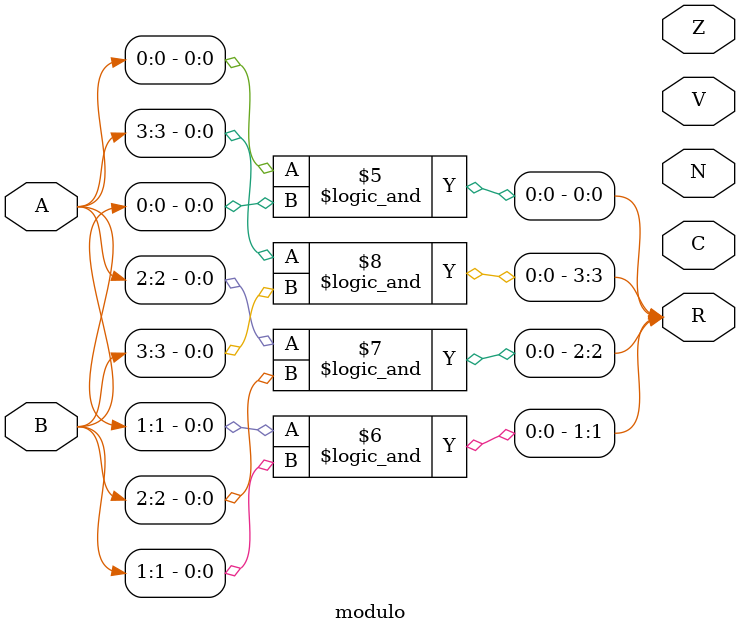
<source format=sv>
module modulo
	# (parameter M = 4)
	  (A, B, R, C, N, V, Z);
  
	input  logic [M-1:0] A;
	input  logic [M-1:0] B;
	
	output logic [M-1:0] R;
	output				   C;
	output					N;
	output					V;
	output					Z;
	 
	 
	 
	 
	 
	 
	 
/////////////////////////////////////////////////////
//																	//
//	 	 LOGICA DE AND PARA PRUEBAS -> ELIMINAR      //
//																   //
/////////////////////////////////////////////////////
	
	always @ (A or B) begin
	
		for (int i = 0; i < $size(A); i++) begin
		
				R[i] = A[i] && B[i];
		end
		
	end
		
/////////////////////////////////////////////////////
//																	//
//	 	 LOGICA DE AND PARA PRUEBAS -> ELIMINAR      //
//																   //
/////////////////////////////////////////////////////
		
		
		
		
		
		
		

endmodule

</source>
